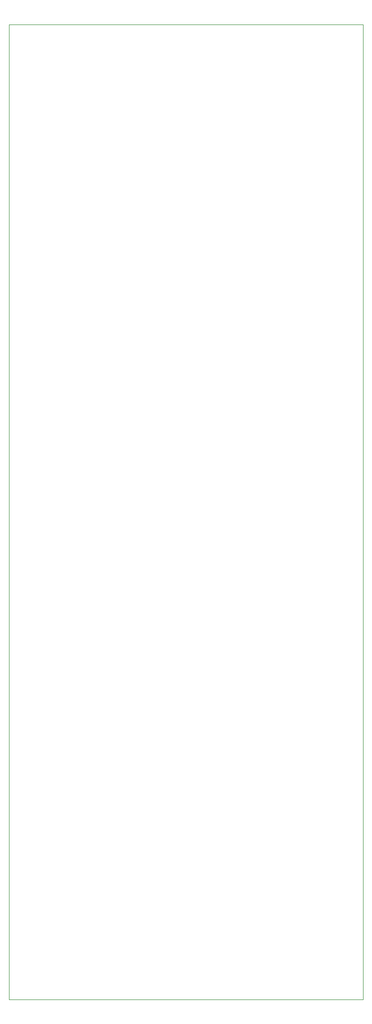
<source format=gbr>
%TF.GenerationSoftware,KiCad,Pcbnew,9.0.6*%
%TF.CreationDate,2026-03-01T09:21:26-05:00*%
%TF.ProjectId,acmi-pwrbrd,61636d69-2d70-4777-9262-72642e6b6963,rev?*%
%TF.SameCoordinates,Original*%
%TF.FileFunction,Profile,NP*%
%FSLAX46Y46*%
G04 Gerber Fmt 4.6, Leading zero omitted, Abs format (unit mm)*
G04 Created by KiCad (PCBNEW 9.0.6) date 2026-03-01 09:21:26*
%MOMM*%
%LPD*%
G01*
G04 APERTURE LIST*
%TA.AperFunction,Profile*%
%ADD10C,0.050000*%
%TD*%
G04 APERTURE END LIST*
D10*
X150000000Y-35000000D02*
X210000000Y-35000000D01*
X150000000Y-200000000D02*
X150000000Y-35000000D01*
X210000000Y-200000000D02*
X150000000Y-200000000D01*
X210000000Y-35000000D02*
X210000000Y-200000000D01*
M02*

</source>
